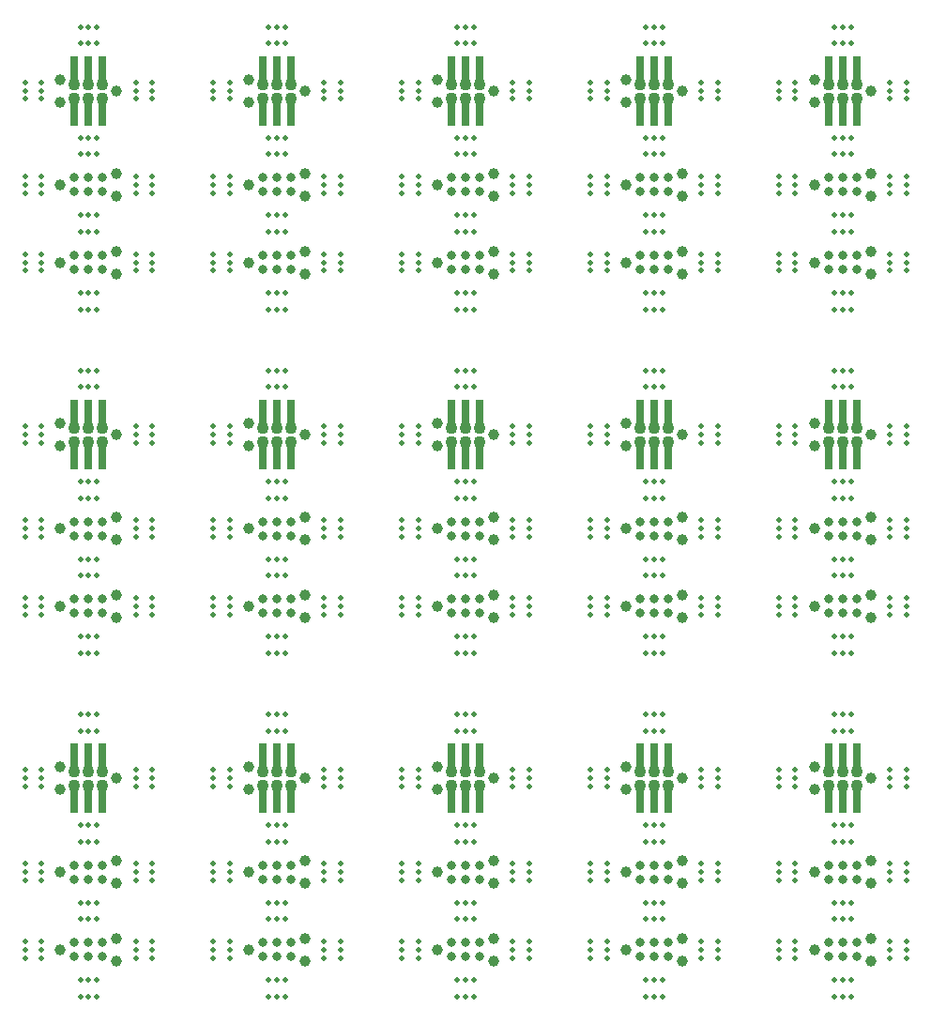
<source format=gbr>
%TF.GenerationSoftware,KiCad,Pcbnew,(7.0.0)*%
%TF.CreationDate,2023-03-26T22:08:02+02:00*%
%TF.ProjectId,PogoProbe 2030,506f676f-5072-46f6-9265-20323033302e,rev?*%
%TF.SameCoordinates,Original*%
%TF.FileFunction,Soldermask,Top*%
%TF.FilePolarity,Negative*%
%FSLAX46Y46*%
G04 Gerber Fmt 4.6, Leading zero omitted, Abs format (unit mm)*
G04 Created by KiCad (PCBNEW (7.0.0)) date 2023-03-26 22:08:02*
%MOMM*%
%LPD*%
G01*
G04 APERTURE LIST*
%ADD10C,0.500000*%
%ADD11C,0.990600*%
%ADD12C,1.100000*%
%ADD13C,0.800000*%
%ADD14R,0.740000X2.400000*%
G04 APERTURE END LIST*
D10*
%TO.C,mouse-bite-2mm-slot*%
X175750000Y-63749999D03*
X174250000Y-63749999D03*
X175750000Y-64499999D03*
X174250000Y-64499999D03*
X175750000Y-65249999D03*
X174250000Y-65249999D03*
%TD*%
%TO.C,mouse-bite-2mm-slot*%
X175750000Y-70749999D03*
X174250000Y-70749999D03*
X175750000Y-71499999D03*
X174250000Y-71499999D03*
X175750000Y-72249999D03*
X174250000Y-72249999D03*
%TD*%
%TO.C,mouse-bite-2mm-slot*%
X180750000Y-51749998D03*
X180750000Y-50249998D03*
X180000000Y-51749998D03*
X180000000Y-50249998D03*
X179250000Y-51749998D03*
X179250000Y-50249998D03*
%TD*%
%TO.C,mouse-bite-2mm-slot*%
X180750000Y-61749999D03*
X180750000Y-60249999D03*
X180000000Y-61749999D03*
X180000000Y-60249999D03*
X179250000Y-61749999D03*
X179250000Y-60249999D03*
%TD*%
%TO.C,mouse-bite-2mm-slot*%
X185750000Y-55249998D03*
X184250000Y-55249998D03*
X185750000Y-55999998D03*
X184250000Y-55999998D03*
X185750000Y-56749998D03*
X184250000Y-56749998D03*
%TD*%
%TO.C,mouse-bite-2mm-slot*%
X185750000Y-63749998D03*
X184250000Y-63749998D03*
X185750000Y-64499998D03*
X184250000Y-64499998D03*
X185750000Y-65249998D03*
X184250000Y-65249998D03*
%TD*%
D11*
%TO.C,REF\u002A\u002A*%
X182540000Y-118050000D03*
X177460000Y-119066000D03*
X177460000Y-117034000D03*
D12*
X181270000Y-118685000D03*
X181270000Y-117415000D03*
X180000000Y-118685000D03*
X180000000Y-117415000D03*
X178730000Y-118685000D03*
X178730000Y-117415000D03*
%TD*%
D11*
%TO.C,J1*%
X177460000Y-126500000D03*
D13*
X178730000Y-125865000D03*
X178730000Y-127135000D03*
X180000000Y-125865000D03*
X180000000Y-127135000D03*
X181270000Y-125865000D03*
X181270000Y-127135000D03*
D11*
X182540000Y-125484000D03*
X182540000Y-127516000D03*
%TD*%
D10*
%TO.C,mouse-bite-2mm-slot*%
X180750000Y-130750000D03*
X180750000Y-129250000D03*
X180000000Y-130750000D03*
X180000000Y-129250000D03*
X179250000Y-130750000D03*
X179250000Y-129250000D03*
%TD*%
%TO.C,mouse-bite-2mm-slot*%
X180750000Y-137750000D03*
X180750000Y-136250000D03*
X180000000Y-137750000D03*
X180000000Y-136250000D03*
X179250000Y-137750000D03*
X179250000Y-136250000D03*
%TD*%
%TO.C,mouse-bite-2mm-slot*%
X175750000Y-117250000D03*
X174250000Y-117250000D03*
X175750000Y-118000000D03*
X174250000Y-118000000D03*
X175750000Y-118750000D03*
X174250000Y-118750000D03*
%TD*%
%TO.C,mouse-bite-2mm-slot*%
X175750000Y-132750000D03*
X174250000Y-132750000D03*
X175750000Y-133500000D03*
X174250000Y-133500000D03*
X175750000Y-134250000D03*
X174250000Y-134250000D03*
%TD*%
%TO.C,mouse-bite-2mm-slot*%
X175750000Y-125750000D03*
X174250000Y-125750000D03*
X175750000Y-126500000D03*
X174250000Y-126500000D03*
X175750000Y-127250000D03*
X174250000Y-127250000D03*
%TD*%
D11*
%TO.C,J1*%
X177460000Y-133500000D03*
D13*
X178730000Y-132865000D03*
X178730000Y-134135000D03*
X180000000Y-132865000D03*
X180000000Y-134135000D03*
X181270000Y-132865000D03*
X181270000Y-134135000D03*
D11*
X182540000Y-132484000D03*
X182540000Y-134516000D03*
%TD*%
D10*
%TO.C,mouse-bite-2mm-slot*%
X180750000Y-123750000D03*
X180750000Y-122250000D03*
X180000000Y-123750000D03*
X180000000Y-122250000D03*
X179250000Y-123750000D03*
X179250000Y-122250000D03*
%TD*%
D14*
%TO.C,REF\u002A\u002A*%
X178729999Y-119999999D03*
X178729999Y-116099999D03*
X179999999Y-119999999D03*
X179999999Y-116099999D03*
X181269999Y-119999999D03*
X181269999Y-116099999D03*
%TD*%
D10*
%TO.C,mouse-bite-2mm-slot*%
X185750000Y-132749999D03*
X184250000Y-132749999D03*
X185750000Y-133499999D03*
X184250000Y-133499999D03*
X185750000Y-134249999D03*
X184250000Y-134249999D03*
%TD*%
%TO.C,mouse-bite-2mm-slot*%
X185750000Y-117249999D03*
X184250000Y-117249999D03*
X185750000Y-117999999D03*
X184250000Y-117999999D03*
X185750000Y-118749999D03*
X184250000Y-118749999D03*
%TD*%
%TO.C,mouse-bite-2mm-slot*%
X185750000Y-125749999D03*
X184250000Y-125749999D03*
X185750000Y-126499999D03*
X184250000Y-126499999D03*
X185750000Y-127249999D03*
X184250000Y-127249999D03*
%TD*%
%TO.C,mouse-bite-2mm-slot*%
X180750000Y-82749998D03*
X180750000Y-81249998D03*
X180000000Y-82749998D03*
X180000000Y-81249998D03*
X179250000Y-82749998D03*
X179250000Y-81249998D03*
%TD*%
%TO.C,mouse-bite-2mm-slot*%
X180750000Y-92749999D03*
X180750000Y-91249999D03*
X180000000Y-92749999D03*
X180000000Y-91249999D03*
X179250000Y-92749999D03*
X179250000Y-91249999D03*
%TD*%
%TO.C,mouse-bite-2mm-slot*%
X185750000Y-86249998D03*
X184250000Y-86249998D03*
X185750000Y-86999998D03*
X184250000Y-86999998D03*
X185750000Y-87749998D03*
X184250000Y-87749998D03*
%TD*%
%TO.C,mouse-bite-2mm-slot*%
X185750000Y-94749998D03*
X184250000Y-94749998D03*
X185750000Y-95499998D03*
X184250000Y-95499998D03*
X185750000Y-96249998D03*
X184250000Y-96249998D03*
%TD*%
%TO.C,mouse-bite-2mm-slot*%
X175750000Y-101749999D03*
X174250000Y-101749999D03*
X175750000Y-102499999D03*
X174250000Y-102499999D03*
X175750000Y-103249999D03*
X174250000Y-103249999D03*
%TD*%
%TO.C,mouse-bite-2mm-slot*%
X175750000Y-94749999D03*
X174250000Y-94749999D03*
X175750000Y-95499999D03*
X174250000Y-95499999D03*
X175750000Y-96249999D03*
X174250000Y-96249999D03*
%TD*%
D11*
%TO.C,J1*%
X177460000Y-102499999D03*
D13*
X178730000Y-101864999D03*
X178730000Y-103134999D03*
X180000000Y-101864999D03*
X180000000Y-103134999D03*
X181270000Y-101864999D03*
X181270000Y-103134999D03*
D11*
X182540000Y-101483999D03*
X182540000Y-103515999D03*
%TD*%
D14*
%TO.C,REF\u002A\u002A*%
X178729999Y-88999998D03*
X178729999Y-85099998D03*
X179999999Y-88999998D03*
X179999999Y-85099998D03*
X181269999Y-88999998D03*
X181269999Y-85099998D03*
%TD*%
D10*
%TO.C,mouse-bite-2mm-slot*%
X185750000Y-101749998D03*
X184250000Y-101749998D03*
X185750000Y-102499998D03*
X184250000Y-102499998D03*
X185750000Y-103249998D03*
X184250000Y-103249998D03*
%TD*%
D11*
%TO.C,J1*%
X177460000Y-95499999D03*
D13*
X178730000Y-94864999D03*
X178730000Y-96134999D03*
X180000000Y-94864999D03*
X180000000Y-96134999D03*
X181270000Y-94864999D03*
X181270000Y-96134999D03*
D11*
X182540000Y-94483999D03*
X182540000Y-96515999D03*
%TD*%
D10*
%TO.C,mouse-bite-2mm-slot*%
X180750000Y-99749999D03*
X180750000Y-98249999D03*
X180000000Y-99749999D03*
X180000000Y-98249999D03*
X179250000Y-99749999D03*
X179250000Y-98249999D03*
%TD*%
%TO.C,mouse-bite-2mm-slot*%
X175750000Y-86249999D03*
X174250000Y-86249999D03*
X175750000Y-86999999D03*
X174250000Y-86999999D03*
X175750000Y-87749999D03*
X174250000Y-87749999D03*
%TD*%
%TO.C,mouse-bite-2mm-slot*%
X180750000Y-75749999D03*
X180750000Y-74249999D03*
X180000000Y-75749999D03*
X180000000Y-74249999D03*
X179250000Y-75749999D03*
X179250000Y-74249999D03*
%TD*%
%TO.C,mouse-bite-2mm-slot*%
X175750000Y-55249999D03*
X174250000Y-55249999D03*
X175750000Y-55999999D03*
X174250000Y-55999999D03*
X175750000Y-56749999D03*
X174250000Y-56749999D03*
%TD*%
D11*
%TO.C,REF\u002A\u002A*%
X182540000Y-56049999D03*
X177460000Y-57065999D03*
X177460000Y-55033999D03*
D12*
X181270000Y-56684999D03*
X181270000Y-55414999D03*
X180000000Y-56684999D03*
X180000000Y-55414999D03*
X178730000Y-56684999D03*
X178730000Y-55414999D03*
%TD*%
D10*
%TO.C,mouse-bite-2mm-slot*%
X180750000Y-106749999D03*
X180750000Y-105249999D03*
X180000000Y-106749999D03*
X180000000Y-105249999D03*
X179250000Y-106749999D03*
X179250000Y-105249999D03*
%TD*%
%TO.C,mouse-bite-2mm-slot*%
X180750000Y-113749999D03*
X180750000Y-112249999D03*
X180000000Y-113749999D03*
X180000000Y-112249999D03*
X179250000Y-113749999D03*
X179250000Y-112249999D03*
%TD*%
D11*
%TO.C,REF\u002A\u002A*%
X182540000Y-87049999D03*
X177460000Y-88065999D03*
X177460000Y-86033999D03*
D12*
X181270000Y-87684999D03*
X181270000Y-86414999D03*
X180000000Y-87684999D03*
X180000000Y-86414999D03*
X178730000Y-87684999D03*
X178730000Y-86414999D03*
%TD*%
D14*
%TO.C,REF\u002A\u002A*%
X178729999Y-57999998D03*
X178729999Y-54099998D03*
X179999999Y-57999998D03*
X179999999Y-54099998D03*
X181269999Y-57999998D03*
X181269999Y-54099998D03*
%TD*%
D11*
%TO.C,J1*%
X177460000Y-71499999D03*
D13*
X178730000Y-70864999D03*
X178730000Y-72134999D03*
X180000000Y-70864999D03*
X180000000Y-72134999D03*
X181270000Y-70864999D03*
X181270000Y-72134999D03*
D11*
X182540000Y-70483999D03*
X182540000Y-72515999D03*
%TD*%
D10*
%TO.C,mouse-bite-2mm-slot*%
X185750000Y-70749998D03*
X184250000Y-70749998D03*
X185750000Y-71499998D03*
X184250000Y-71499998D03*
X185750000Y-72249998D03*
X184250000Y-72249998D03*
%TD*%
D11*
%TO.C,J1*%
X177460000Y-64499999D03*
D13*
X178730000Y-63864999D03*
X178730000Y-65134999D03*
X180000000Y-63864999D03*
X180000000Y-65134999D03*
X181270000Y-63864999D03*
X181270000Y-65134999D03*
D11*
X182540000Y-63483999D03*
X182540000Y-65515999D03*
%TD*%
D10*
%TO.C,mouse-bite-2mm-slot*%
X180750000Y-68749999D03*
X180750000Y-67249999D03*
X180000000Y-68749999D03*
X180000000Y-67249999D03*
X179250000Y-68749999D03*
X179250000Y-67249999D03*
%TD*%
%TO.C,mouse-bite-2mm-slot*%
X158750000Y-63749999D03*
X157250000Y-63749999D03*
X158750000Y-64499999D03*
X157250000Y-64499999D03*
X158750000Y-65249999D03*
X157250000Y-65249999D03*
%TD*%
%TO.C,mouse-bite-2mm-slot*%
X158750000Y-70749999D03*
X157250000Y-70749999D03*
X158750000Y-71499999D03*
X157250000Y-71499999D03*
X158750000Y-72249999D03*
X157250000Y-72249999D03*
%TD*%
%TO.C,mouse-bite-2mm-slot*%
X163750000Y-51749998D03*
X163750000Y-50249998D03*
X163000000Y-51749998D03*
X163000000Y-50249998D03*
X162250000Y-51749998D03*
X162250000Y-50249998D03*
%TD*%
%TO.C,mouse-bite-2mm-slot*%
X163750000Y-61749999D03*
X163750000Y-60249999D03*
X163000000Y-61749999D03*
X163000000Y-60249999D03*
X162250000Y-61749999D03*
X162250000Y-60249999D03*
%TD*%
%TO.C,mouse-bite-2mm-slot*%
X168750000Y-55249998D03*
X167250000Y-55249998D03*
X168750000Y-55999998D03*
X167250000Y-55999998D03*
X168750000Y-56749998D03*
X167250000Y-56749998D03*
%TD*%
%TO.C,mouse-bite-2mm-slot*%
X168750000Y-63749998D03*
X167250000Y-63749998D03*
X168750000Y-64499998D03*
X167250000Y-64499998D03*
X168750000Y-65249998D03*
X167250000Y-65249998D03*
%TD*%
D11*
%TO.C,REF\u002A\u002A*%
X165540000Y-118050000D03*
X160460000Y-119066000D03*
X160460000Y-117034000D03*
D12*
X164270000Y-118685000D03*
X164270000Y-117415000D03*
X163000000Y-118685000D03*
X163000000Y-117415000D03*
X161730000Y-118685000D03*
X161730000Y-117415000D03*
%TD*%
D11*
%TO.C,J1*%
X160460000Y-126500000D03*
D13*
X161730000Y-125865000D03*
X161730000Y-127135000D03*
X163000000Y-125865000D03*
X163000000Y-127135000D03*
X164270000Y-125865000D03*
X164270000Y-127135000D03*
D11*
X165540000Y-125484000D03*
X165540000Y-127516000D03*
%TD*%
D10*
%TO.C,mouse-bite-2mm-slot*%
X163750000Y-130750000D03*
X163750000Y-129250000D03*
X163000000Y-130750000D03*
X163000000Y-129250000D03*
X162250000Y-130750000D03*
X162250000Y-129250000D03*
%TD*%
%TO.C,mouse-bite-2mm-slot*%
X163750000Y-137750000D03*
X163750000Y-136250000D03*
X163000000Y-137750000D03*
X163000000Y-136250000D03*
X162250000Y-137750000D03*
X162250000Y-136250000D03*
%TD*%
%TO.C,mouse-bite-2mm-slot*%
X158750000Y-117250000D03*
X157250000Y-117250000D03*
X158750000Y-118000000D03*
X157250000Y-118000000D03*
X158750000Y-118750000D03*
X157250000Y-118750000D03*
%TD*%
%TO.C,mouse-bite-2mm-slot*%
X158750000Y-132750000D03*
X157250000Y-132750000D03*
X158750000Y-133500000D03*
X157250000Y-133500000D03*
X158750000Y-134250000D03*
X157250000Y-134250000D03*
%TD*%
%TO.C,mouse-bite-2mm-slot*%
X158750000Y-125750000D03*
X157250000Y-125750000D03*
X158750000Y-126500000D03*
X157250000Y-126500000D03*
X158750000Y-127250000D03*
X157250000Y-127250000D03*
%TD*%
D11*
%TO.C,J1*%
X160460000Y-133500000D03*
D13*
X161730000Y-132865000D03*
X161730000Y-134135000D03*
X163000000Y-132865000D03*
X163000000Y-134135000D03*
X164270000Y-132865000D03*
X164270000Y-134135000D03*
D11*
X165540000Y-132484000D03*
X165540000Y-134516000D03*
%TD*%
D10*
%TO.C,mouse-bite-2mm-slot*%
X163750000Y-123750000D03*
X163750000Y-122250000D03*
X163000000Y-123750000D03*
X163000000Y-122250000D03*
X162250000Y-123750000D03*
X162250000Y-122250000D03*
%TD*%
D14*
%TO.C,REF\u002A\u002A*%
X161729999Y-119999999D03*
X161729999Y-116099999D03*
X162999999Y-119999999D03*
X162999999Y-116099999D03*
X164269999Y-119999999D03*
X164269999Y-116099999D03*
%TD*%
D10*
%TO.C,mouse-bite-2mm-slot*%
X168750000Y-132749999D03*
X167250000Y-132749999D03*
X168750000Y-133499999D03*
X167250000Y-133499999D03*
X168750000Y-134249999D03*
X167250000Y-134249999D03*
%TD*%
%TO.C,mouse-bite-2mm-slot*%
X168750000Y-117249999D03*
X167250000Y-117249999D03*
X168750000Y-117999999D03*
X167250000Y-117999999D03*
X168750000Y-118749999D03*
X167250000Y-118749999D03*
%TD*%
%TO.C,mouse-bite-2mm-slot*%
X168750000Y-125749999D03*
X167250000Y-125749999D03*
X168750000Y-126499999D03*
X167250000Y-126499999D03*
X168750000Y-127249999D03*
X167250000Y-127249999D03*
%TD*%
%TO.C,mouse-bite-2mm-slot*%
X163750000Y-82749998D03*
X163750000Y-81249998D03*
X163000000Y-82749998D03*
X163000000Y-81249998D03*
X162250000Y-82749998D03*
X162250000Y-81249998D03*
%TD*%
%TO.C,mouse-bite-2mm-slot*%
X163750000Y-92749999D03*
X163750000Y-91249999D03*
X163000000Y-92749999D03*
X163000000Y-91249999D03*
X162250000Y-92749999D03*
X162250000Y-91249999D03*
%TD*%
%TO.C,mouse-bite-2mm-slot*%
X168750000Y-86249998D03*
X167250000Y-86249998D03*
X168750000Y-86999998D03*
X167250000Y-86999998D03*
X168750000Y-87749998D03*
X167250000Y-87749998D03*
%TD*%
%TO.C,mouse-bite-2mm-slot*%
X168750000Y-94749998D03*
X167250000Y-94749998D03*
X168750000Y-95499998D03*
X167250000Y-95499998D03*
X168750000Y-96249998D03*
X167250000Y-96249998D03*
%TD*%
%TO.C,mouse-bite-2mm-slot*%
X158750000Y-101749999D03*
X157250000Y-101749999D03*
X158750000Y-102499999D03*
X157250000Y-102499999D03*
X158750000Y-103249999D03*
X157250000Y-103249999D03*
%TD*%
%TO.C,mouse-bite-2mm-slot*%
X158750000Y-94749999D03*
X157250000Y-94749999D03*
X158750000Y-95499999D03*
X157250000Y-95499999D03*
X158750000Y-96249999D03*
X157250000Y-96249999D03*
%TD*%
D11*
%TO.C,J1*%
X160460000Y-102499999D03*
D13*
X161730000Y-101864999D03*
X161730000Y-103134999D03*
X163000000Y-101864999D03*
X163000000Y-103134999D03*
X164270000Y-101864999D03*
X164270000Y-103134999D03*
D11*
X165540000Y-101483999D03*
X165540000Y-103515999D03*
%TD*%
D14*
%TO.C,REF\u002A\u002A*%
X161729999Y-88999998D03*
X161729999Y-85099998D03*
X162999999Y-88999998D03*
X162999999Y-85099998D03*
X164269999Y-88999998D03*
X164269999Y-85099998D03*
%TD*%
D10*
%TO.C,mouse-bite-2mm-slot*%
X168750000Y-101749998D03*
X167250000Y-101749998D03*
X168750000Y-102499998D03*
X167250000Y-102499998D03*
X168750000Y-103249998D03*
X167250000Y-103249998D03*
%TD*%
D11*
%TO.C,J1*%
X160460000Y-95499999D03*
D13*
X161730000Y-94864999D03*
X161730000Y-96134999D03*
X163000000Y-94864999D03*
X163000000Y-96134999D03*
X164270000Y-94864999D03*
X164270000Y-96134999D03*
D11*
X165540000Y-94483999D03*
X165540000Y-96515999D03*
%TD*%
D10*
%TO.C,mouse-bite-2mm-slot*%
X163750000Y-99749999D03*
X163750000Y-98249999D03*
X163000000Y-99749999D03*
X163000000Y-98249999D03*
X162250000Y-99749999D03*
X162250000Y-98249999D03*
%TD*%
%TO.C,mouse-bite-2mm-slot*%
X158750000Y-86249999D03*
X157250000Y-86249999D03*
X158750000Y-86999999D03*
X157250000Y-86999999D03*
X158750000Y-87749999D03*
X157250000Y-87749999D03*
%TD*%
%TO.C,mouse-bite-2mm-slot*%
X163750000Y-75749999D03*
X163750000Y-74249999D03*
X163000000Y-75749999D03*
X163000000Y-74249999D03*
X162250000Y-75749999D03*
X162250000Y-74249999D03*
%TD*%
%TO.C,mouse-bite-2mm-slot*%
X158750000Y-55249999D03*
X157250000Y-55249999D03*
X158750000Y-55999999D03*
X157250000Y-55999999D03*
X158750000Y-56749999D03*
X157250000Y-56749999D03*
%TD*%
D11*
%TO.C,REF\u002A\u002A*%
X165540000Y-56049999D03*
X160460000Y-57065999D03*
X160460000Y-55033999D03*
D12*
X164270000Y-56684999D03*
X164270000Y-55414999D03*
X163000000Y-56684999D03*
X163000000Y-55414999D03*
X161730000Y-56684999D03*
X161730000Y-55414999D03*
%TD*%
D10*
%TO.C,mouse-bite-2mm-slot*%
X163750000Y-106749999D03*
X163750000Y-105249999D03*
X163000000Y-106749999D03*
X163000000Y-105249999D03*
X162250000Y-106749999D03*
X162250000Y-105249999D03*
%TD*%
%TO.C,mouse-bite-2mm-slot*%
X163750000Y-113749999D03*
X163750000Y-112249999D03*
X163000000Y-113749999D03*
X163000000Y-112249999D03*
X162250000Y-113749999D03*
X162250000Y-112249999D03*
%TD*%
D11*
%TO.C,REF\u002A\u002A*%
X165540000Y-87049999D03*
X160460000Y-88065999D03*
X160460000Y-86033999D03*
D12*
X164270000Y-87684999D03*
X164270000Y-86414999D03*
X163000000Y-87684999D03*
X163000000Y-86414999D03*
X161730000Y-87684999D03*
X161730000Y-86414999D03*
%TD*%
D14*
%TO.C,REF\u002A\u002A*%
X161729999Y-57999998D03*
X161729999Y-54099998D03*
X162999999Y-57999998D03*
X162999999Y-54099998D03*
X164269999Y-57999998D03*
X164269999Y-54099998D03*
%TD*%
D11*
%TO.C,J1*%
X160460000Y-71499999D03*
D13*
X161730000Y-70864999D03*
X161730000Y-72134999D03*
X163000000Y-70864999D03*
X163000000Y-72134999D03*
X164270000Y-70864999D03*
X164270000Y-72134999D03*
D11*
X165540000Y-70483999D03*
X165540000Y-72515999D03*
%TD*%
D10*
%TO.C,mouse-bite-2mm-slot*%
X168750000Y-70749998D03*
X167250000Y-70749998D03*
X168750000Y-71499998D03*
X167250000Y-71499998D03*
X168750000Y-72249998D03*
X167250000Y-72249998D03*
%TD*%
D11*
%TO.C,J1*%
X160460000Y-64499999D03*
D13*
X161730000Y-63864999D03*
X161730000Y-65134999D03*
X163000000Y-63864999D03*
X163000000Y-65134999D03*
X164270000Y-63864999D03*
X164270000Y-65134999D03*
D11*
X165540000Y-63483999D03*
X165540000Y-65515999D03*
%TD*%
D10*
%TO.C,mouse-bite-2mm-slot*%
X163750000Y-68749999D03*
X163750000Y-67249999D03*
X163000000Y-68749999D03*
X163000000Y-67249999D03*
X162250000Y-68749999D03*
X162250000Y-67249999D03*
%TD*%
%TO.C,mouse-bite-2mm-slot*%
X141750000Y-63749999D03*
X140250000Y-63749999D03*
X141750000Y-64499999D03*
X140250000Y-64499999D03*
X141750000Y-65249999D03*
X140250000Y-65249999D03*
%TD*%
%TO.C,mouse-bite-2mm-slot*%
X141750000Y-70749999D03*
X140250000Y-70749999D03*
X141750000Y-71499999D03*
X140250000Y-71499999D03*
X141750000Y-72249999D03*
X140250000Y-72249999D03*
%TD*%
%TO.C,mouse-bite-2mm-slot*%
X146750000Y-51749998D03*
X146750000Y-50249998D03*
X146000000Y-51749998D03*
X146000000Y-50249998D03*
X145250000Y-51749998D03*
X145250000Y-50249998D03*
%TD*%
%TO.C,mouse-bite-2mm-slot*%
X146750000Y-61749999D03*
X146750000Y-60249999D03*
X146000000Y-61749999D03*
X146000000Y-60249999D03*
X145250000Y-61749999D03*
X145250000Y-60249999D03*
%TD*%
%TO.C,mouse-bite-2mm-slot*%
X151750000Y-55249998D03*
X150250000Y-55249998D03*
X151750000Y-55999998D03*
X150250000Y-55999998D03*
X151750000Y-56749998D03*
X150250000Y-56749998D03*
%TD*%
%TO.C,mouse-bite-2mm-slot*%
X151750000Y-63749998D03*
X150250000Y-63749998D03*
X151750000Y-64499998D03*
X150250000Y-64499998D03*
X151750000Y-65249998D03*
X150250000Y-65249998D03*
%TD*%
D11*
%TO.C,REF\u002A\u002A*%
X148540000Y-118050000D03*
X143460000Y-119066000D03*
X143460000Y-117034000D03*
D12*
X147270000Y-118685000D03*
X147270000Y-117415000D03*
X146000000Y-118685000D03*
X146000000Y-117415000D03*
X144730000Y-118685000D03*
X144730000Y-117415000D03*
%TD*%
D11*
%TO.C,J1*%
X143460000Y-126500000D03*
D13*
X144730000Y-125865000D03*
X144730000Y-127135000D03*
X146000000Y-125865000D03*
X146000000Y-127135000D03*
X147270000Y-125865000D03*
X147270000Y-127135000D03*
D11*
X148540000Y-125484000D03*
X148540000Y-127516000D03*
%TD*%
D10*
%TO.C,mouse-bite-2mm-slot*%
X146750000Y-130750000D03*
X146750000Y-129250000D03*
X146000000Y-130750000D03*
X146000000Y-129250000D03*
X145250000Y-130750000D03*
X145250000Y-129250000D03*
%TD*%
%TO.C,mouse-bite-2mm-slot*%
X146750000Y-137750000D03*
X146750000Y-136250000D03*
X146000000Y-137750000D03*
X146000000Y-136250000D03*
X145250000Y-137750000D03*
X145250000Y-136250000D03*
%TD*%
%TO.C,mouse-bite-2mm-slot*%
X141750000Y-117250000D03*
X140250000Y-117250000D03*
X141750000Y-118000000D03*
X140250000Y-118000000D03*
X141750000Y-118750000D03*
X140250000Y-118750000D03*
%TD*%
%TO.C,mouse-bite-2mm-slot*%
X141750000Y-132750000D03*
X140250000Y-132750000D03*
X141750000Y-133500000D03*
X140250000Y-133500000D03*
X141750000Y-134250000D03*
X140250000Y-134250000D03*
%TD*%
%TO.C,mouse-bite-2mm-slot*%
X141750000Y-125750000D03*
X140250000Y-125750000D03*
X141750000Y-126500000D03*
X140250000Y-126500000D03*
X141750000Y-127250000D03*
X140250000Y-127250000D03*
%TD*%
D11*
%TO.C,J1*%
X143460000Y-133500000D03*
D13*
X144730000Y-132865000D03*
X144730000Y-134135000D03*
X146000000Y-132865000D03*
X146000000Y-134135000D03*
X147270000Y-132865000D03*
X147270000Y-134135000D03*
D11*
X148540000Y-132484000D03*
X148540000Y-134516000D03*
%TD*%
D10*
%TO.C,mouse-bite-2mm-slot*%
X146750000Y-123750000D03*
X146750000Y-122250000D03*
X146000000Y-123750000D03*
X146000000Y-122250000D03*
X145250000Y-123750000D03*
X145250000Y-122250000D03*
%TD*%
D14*
%TO.C,REF\u002A\u002A*%
X144729999Y-119999999D03*
X144729999Y-116099999D03*
X145999999Y-119999999D03*
X145999999Y-116099999D03*
X147269999Y-119999999D03*
X147269999Y-116099999D03*
%TD*%
D10*
%TO.C,mouse-bite-2mm-slot*%
X151750000Y-132749999D03*
X150250000Y-132749999D03*
X151750000Y-133499999D03*
X150250000Y-133499999D03*
X151750000Y-134249999D03*
X150250000Y-134249999D03*
%TD*%
%TO.C,mouse-bite-2mm-slot*%
X151750000Y-117249999D03*
X150250000Y-117249999D03*
X151750000Y-117999999D03*
X150250000Y-117999999D03*
X151750000Y-118749999D03*
X150250000Y-118749999D03*
%TD*%
%TO.C,mouse-bite-2mm-slot*%
X151750000Y-125749999D03*
X150250000Y-125749999D03*
X151750000Y-126499999D03*
X150250000Y-126499999D03*
X151750000Y-127249999D03*
X150250000Y-127249999D03*
%TD*%
%TO.C,mouse-bite-2mm-slot*%
X146750000Y-82749998D03*
X146750000Y-81249998D03*
X146000000Y-82749998D03*
X146000000Y-81249998D03*
X145250000Y-82749998D03*
X145250000Y-81249998D03*
%TD*%
%TO.C,mouse-bite-2mm-slot*%
X146750000Y-92749999D03*
X146750000Y-91249999D03*
X146000000Y-92749999D03*
X146000000Y-91249999D03*
X145250000Y-92749999D03*
X145250000Y-91249999D03*
%TD*%
%TO.C,mouse-bite-2mm-slot*%
X151750000Y-86249998D03*
X150250000Y-86249998D03*
X151750000Y-86999998D03*
X150250000Y-86999998D03*
X151750000Y-87749998D03*
X150250000Y-87749998D03*
%TD*%
%TO.C,mouse-bite-2mm-slot*%
X151750000Y-94749998D03*
X150250000Y-94749998D03*
X151750000Y-95499998D03*
X150250000Y-95499998D03*
X151750000Y-96249998D03*
X150250000Y-96249998D03*
%TD*%
%TO.C,mouse-bite-2mm-slot*%
X141750000Y-101749999D03*
X140250000Y-101749999D03*
X141750000Y-102499999D03*
X140250000Y-102499999D03*
X141750000Y-103249999D03*
X140250000Y-103249999D03*
%TD*%
%TO.C,mouse-bite-2mm-slot*%
X141750000Y-94749999D03*
X140250000Y-94749999D03*
X141750000Y-95499999D03*
X140250000Y-95499999D03*
X141750000Y-96249999D03*
X140250000Y-96249999D03*
%TD*%
D11*
%TO.C,J1*%
X143460000Y-102499999D03*
D13*
X144730000Y-101864999D03*
X144730000Y-103134999D03*
X146000000Y-101864999D03*
X146000000Y-103134999D03*
X147270000Y-101864999D03*
X147270000Y-103134999D03*
D11*
X148540000Y-101483999D03*
X148540000Y-103515999D03*
%TD*%
D14*
%TO.C,REF\u002A\u002A*%
X144729999Y-88999998D03*
X144729999Y-85099998D03*
X145999999Y-88999998D03*
X145999999Y-85099998D03*
X147269999Y-88999998D03*
X147269999Y-85099998D03*
%TD*%
D10*
%TO.C,mouse-bite-2mm-slot*%
X151750000Y-101749998D03*
X150250000Y-101749998D03*
X151750000Y-102499998D03*
X150250000Y-102499998D03*
X151750000Y-103249998D03*
X150250000Y-103249998D03*
%TD*%
D11*
%TO.C,J1*%
X143460000Y-95499999D03*
D13*
X144730000Y-94864999D03*
X144730000Y-96134999D03*
X146000000Y-94864999D03*
X146000000Y-96134999D03*
X147270000Y-94864999D03*
X147270000Y-96134999D03*
D11*
X148540000Y-94483999D03*
X148540000Y-96515999D03*
%TD*%
D10*
%TO.C,mouse-bite-2mm-slot*%
X146750000Y-99749999D03*
X146750000Y-98249999D03*
X146000000Y-99749999D03*
X146000000Y-98249999D03*
X145250000Y-99749999D03*
X145250000Y-98249999D03*
%TD*%
%TO.C,mouse-bite-2mm-slot*%
X141750000Y-86249999D03*
X140250000Y-86249999D03*
X141750000Y-86999999D03*
X140250000Y-86999999D03*
X141750000Y-87749999D03*
X140250000Y-87749999D03*
%TD*%
%TO.C,mouse-bite-2mm-slot*%
X146750000Y-75749999D03*
X146750000Y-74249999D03*
X146000000Y-75749999D03*
X146000000Y-74249999D03*
X145250000Y-75749999D03*
X145250000Y-74249999D03*
%TD*%
%TO.C,mouse-bite-2mm-slot*%
X141750000Y-55249999D03*
X140250000Y-55249999D03*
X141750000Y-55999999D03*
X140250000Y-55999999D03*
X141750000Y-56749999D03*
X140250000Y-56749999D03*
%TD*%
D11*
%TO.C,REF\u002A\u002A*%
X148540000Y-56049999D03*
X143460000Y-57065999D03*
X143460000Y-55033999D03*
D12*
X147270000Y-56684999D03*
X147270000Y-55414999D03*
X146000000Y-56684999D03*
X146000000Y-55414999D03*
X144730000Y-56684999D03*
X144730000Y-55414999D03*
%TD*%
D10*
%TO.C,mouse-bite-2mm-slot*%
X146750000Y-106749999D03*
X146750000Y-105249999D03*
X146000000Y-106749999D03*
X146000000Y-105249999D03*
X145250000Y-106749999D03*
X145250000Y-105249999D03*
%TD*%
%TO.C,mouse-bite-2mm-slot*%
X146750000Y-113749999D03*
X146750000Y-112249999D03*
X146000000Y-113749999D03*
X146000000Y-112249999D03*
X145250000Y-113749999D03*
X145250000Y-112249999D03*
%TD*%
D11*
%TO.C,REF\u002A\u002A*%
X148540000Y-87049999D03*
X143460000Y-88065999D03*
X143460000Y-86033999D03*
D12*
X147270000Y-87684999D03*
X147270000Y-86414999D03*
X146000000Y-87684999D03*
X146000000Y-86414999D03*
X144730000Y-87684999D03*
X144730000Y-86414999D03*
%TD*%
D14*
%TO.C,REF\u002A\u002A*%
X144729999Y-57999998D03*
X144729999Y-54099998D03*
X145999999Y-57999998D03*
X145999999Y-54099998D03*
X147269999Y-57999998D03*
X147269999Y-54099998D03*
%TD*%
D11*
%TO.C,J1*%
X143460000Y-71499999D03*
D13*
X144730000Y-70864999D03*
X144730000Y-72134999D03*
X146000000Y-70864999D03*
X146000000Y-72134999D03*
X147270000Y-70864999D03*
X147270000Y-72134999D03*
D11*
X148540000Y-70483999D03*
X148540000Y-72515999D03*
%TD*%
D10*
%TO.C,mouse-bite-2mm-slot*%
X151750000Y-70749998D03*
X150250000Y-70749998D03*
X151750000Y-71499998D03*
X150250000Y-71499998D03*
X151750000Y-72249998D03*
X150250000Y-72249998D03*
%TD*%
D11*
%TO.C,J1*%
X143460000Y-64499999D03*
D13*
X144730000Y-63864999D03*
X144730000Y-65134999D03*
X146000000Y-63864999D03*
X146000000Y-65134999D03*
X147270000Y-63864999D03*
X147270000Y-65134999D03*
D11*
X148540000Y-63483999D03*
X148540000Y-65515999D03*
%TD*%
D10*
%TO.C,mouse-bite-2mm-slot*%
X146750000Y-68749999D03*
X146750000Y-67249999D03*
X146000000Y-68749999D03*
X146000000Y-67249999D03*
X145250000Y-68749999D03*
X145250000Y-67249999D03*
%TD*%
%TO.C,mouse-bite-2mm-slot*%
X124750000Y-63749999D03*
X123250000Y-63749999D03*
X124750000Y-64499999D03*
X123250000Y-64499999D03*
X124750000Y-65249999D03*
X123250000Y-65249999D03*
%TD*%
%TO.C,mouse-bite-2mm-slot*%
X124750000Y-70749999D03*
X123250000Y-70749999D03*
X124750000Y-71499999D03*
X123250000Y-71499999D03*
X124750000Y-72249999D03*
X123250000Y-72249999D03*
%TD*%
%TO.C,mouse-bite-2mm-slot*%
X129750000Y-51749998D03*
X129750000Y-50249998D03*
X129000000Y-51749998D03*
X129000000Y-50249998D03*
X128250000Y-51749998D03*
X128250000Y-50249998D03*
%TD*%
%TO.C,mouse-bite-2mm-slot*%
X129750000Y-61749999D03*
X129750000Y-60249999D03*
X129000000Y-61749999D03*
X129000000Y-60249999D03*
X128250000Y-61749999D03*
X128250000Y-60249999D03*
%TD*%
%TO.C,mouse-bite-2mm-slot*%
X134750000Y-55249998D03*
X133250000Y-55249998D03*
X134750000Y-55999998D03*
X133250000Y-55999998D03*
X134750000Y-56749998D03*
X133250000Y-56749998D03*
%TD*%
%TO.C,mouse-bite-2mm-slot*%
X134750000Y-63749998D03*
X133250000Y-63749998D03*
X134750000Y-64499998D03*
X133250000Y-64499998D03*
X134750000Y-65249998D03*
X133250000Y-65249998D03*
%TD*%
D11*
%TO.C,REF\u002A\u002A*%
X131540000Y-118050000D03*
X126460000Y-119066000D03*
X126460000Y-117034000D03*
D12*
X130270000Y-118685000D03*
X130270000Y-117415000D03*
X129000000Y-118685000D03*
X129000000Y-117415000D03*
X127730000Y-118685000D03*
X127730000Y-117415000D03*
%TD*%
D11*
%TO.C,J1*%
X126460000Y-126500000D03*
D13*
X127730000Y-125865000D03*
X127730000Y-127135000D03*
X129000000Y-125865000D03*
X129000000Y-127135000D03*
X130270000Y-125865000D03*
X130270000Y-127135000D03*
D11*
X131540000Y-125484000D03*
X131540000Y-127516000D03*
%TD*%
D10*
%TO.C,mouse-bite-2mm-slot*%
X129750000Y-130750000D03*
X129750000Y-129250000D03*
X129000000Y-130750000D03*
X129000000Y-129250000D03*
X128250000Y-130750000D03*
X128250000Y-129250000D03*
%TD*%
%TO.C,mouse-bite-2mm-slot*%
X129750000Y-137750000D03*
X129750000Y-136250000D03*
X129000000Y-137750000D03*
X129000000Y-136250000D03*
X128250000Y-137750000D03*
X128250000Y-136250000D03*
%TD*%
%TO.C,mouse-bite-2mm-slot*%
X124750000Y-117250000D03*
X123250000Y-117250000D03*
X124750000Y-118000000D03*
X123250000Y-118000000D03*
X124750000Y-118750000D03*
X123250000Y-118750000D03*
%TD*%
%TO.C,mouse-bite-2mm-slot*%
X124750000Y-132750000D03*
X123250000Y-132750000D03*
X124750000Y-133500000D03*
X123250000Y-133500000D03*
X124750000Y-134250000D03*
X123250000Y-134250000D03*
%TD*%
%TO.C,mouse-bite-2mm-slot*%
X124750000Y-125750000D03*
X123250000Y-125750000D03*
X124750000Y-126500000D03*
X123250000Y-126500000D03*
X124750000Y-127250000D03*
X123250000Y-127250000D03*
%TD*%
D11*
%TO.C,J1*%
X126460000Y-133500000D03*
D13*
X127730000Y-132865000D03*
X127730000Y-134135000D03*
X129000000Y-132865000D03*
X129000000Y-134135000D03*
X130270000Y-132865000D03*
X130270000Y-134135000D03*
D11*
X131540000Y-132484000D03*
X131540000Y-134516000D03*
%TD*%
D10*
%TO.C,mouse-bite-2mm-slot*%
X129750000Y-123750000D03*
X129750000Y-122250000D03*
X129000000Y-123750000D03*
X129000000Y-122250000D03*
X128250000Y-123750000D03*
X128250000Y-122250000D03*
%TD*%
D14*
%TO.C,REF\u002A\u002A*%
X127729999Y-119999999D03*
X127729999Y-116099999D03*
X128999999Y-119999999D03*
X128999999Y-116099999D03*
X130269999Y-119999999D03*
X130269999Y-116099999D03*
%TD*%
D10*
%TO.C,mouse-bite-2mm-slot*%
X134750000Y-132749999D03*
X133250000Y-132749999D03*
X134750000Y-133499999D03*
X133250000Y-133499999D03*
X134750000Y-134249999D03*
X133250000Y-134249999D03*
%TD*%
%TO.C,mouse-bite-2mm-slot*%
X134750000Y-117249999D03*
X133250000Y-117249999D03*
X134750000Y-117999999D03*
X133250000Y-117999999D03*
X134750000Y-118749999D03*
X133250000Y-118749999D03*
%TD*%
%TO.C,mouse-bite-2mm-slot*%
X134750000Y-125749999D03*
X133250000Y-125749999D03*
X134750000Y-126499999D03*
X133250000Y-126499999D03*
X134750000Y-127249999D03*
X133250000Y-127249999D03*
%TD*%
%TO.C,mouse-bite-2mm-slot*%
X129750000Y-82749998D03*
X129750000Y-81249998D03*
X129000000Y-82749998D03*
X129000000Y-81249998D03*
X128250000Y-82749998D03*
X128250000Y-81249998D03*
%TD*%
%TO.C,mouse-bite-2mm-slot*%
X129750000Y-92749999D03*
X129750000Y-91249999D03*
X129000000Y-92749999D03*
X129000000Y-91249999D03*
X128250000Y-92749999D03*
X128250000Y-91249999D03*
%TD*%
%TO.C,mouse-bite-2mm-slot*%
X134750000Y-86249998D03*
X133250000Y-86249998D03*
X134750000Y-86999998D03*
X133250000Y-86999998D03*
X134750000Y-87749998D03*
X133250000Y-87749998D03*
%TD*%
%TO.C,mouse-bite-2mm-slot*%
X134750000Y-94749998D03*
X133250000Y-94749998D03*
X134750000Y-95499998D03*
X133250000Y-95499998D03*
X134750000Y-96249998D03*
X133250000Y-96249998D03*
%TD*%
%TO.C,mouse-bite-2mm-slot*%
X124750000Y-101749999D03*
X123250000Y-101749999D03*
X124750000Y-102499999D03*
X123250000Y-102499999D03*
X124750000Y-103249999D03*
X123250000Y-103249999D03*
%TD*%
%TO.C,mouse-bite-2mm-slot*%
X124750000Y-94749999D03*
X123250000Y-94749999D03*
X124750000Y-95499999D03*
X123250000Y-95499999D03*
X124750000Y-96249999D03*
X123250000Y-96249999D03*
%TD*%
D11*
%TO.C,J1*%
X126460000Y-102499999D03*
D13*
X127730000Y-101864999D03*
X127730000Y-103134999D03*
X129000000Y-101864999D03*
X129000000Y-103134999D03*
X130270000Y-101864999D03*
X130270000Y-103134999D03*
D11*
X131540000Y-101483999D03*
X131540000Y-103515999D03*
%TD*%
D14*
%TO.C,REF\u002A\u002A*%
X127729999Y-88999998D03*
X127729999Y-85099998D03*
X128999999Y-88999998D03*
X128999999Y-85099998D03*
X130269999Y-88999998D03*
X130269999Y-85099998D03*
%TD*%
D10*
%TO.C,mouse-bite-2mm-slot*%
X134750000Y-101749998D03*
X133250000Y-101749998D03*
X134750000Y-102499998D03*
X133250000Y-102499998D03*
X134750000Y-103249998D03*
X133250000Y-103249998D03*
%TD*%
D11*
%TO.C,J1*%
X126460000Y-95499999D03*
D13*
X127730000Y-94864999D03*
X127730000Y-96134999D03*
X129000000Y-94864999D03*
X129000000Y-96134999D03*
X130270000Y-94864999D03*
X130270000Y-96134999D03*
D11*
X131540000Y-94483999D03*
X131540000Y-96515999D03*
%TD*%
D10*
%TO.C,mouse-bite-2mm-slot*%
X129750000Y-99749999D03*
X129750000Y-98249999D03*
X129000000Y-99749999D03*
X129000000Y-98249999D03*
X128250000Y-99749999D03*
X128250000Y-98249999D03*
%TD*%
%TO.C,mouse-bite-2mm-slot*%
X124750000Y-86249999D03*
X123250000Y-86249999D03*
X124750000Y-86999999D03*
X123250000Y-86999999D03*
X124750000Y-87749999D03*
X123250000Y-87749999D03*
%TD*%
%TO.C,mouse-bite-2mm-slot*%
X129750000Y-75749999D03*
X129750000Y-74249999D03*
X129000000Y-75749999D03*
X129000000Y-74249999D03*
X128250000Y-75749999D03*
X128250000Y-74249999D03*
%TD*%
%TO.C,mouse-bite-2mm-slot*%
X124750000Y-55249999D03*
X123250000Y-55249999D03*
X124750000Y-55999999D03*
X123250000Y-55999999D03*
X124750000Y-56749999D03*
X123250000Y-56749999D03*
%TD*%
D11*
%TO.C,REF\u002A\u002A*%
X131540000Y-56049999D03*
X126460000Y-57065999D03*
X126460000Y-55033999D03*
D12*
X130270000Y-56684999D03*
X130270000Y-55414999D03*
X129000000Y-56684999D03*
X129000000Y-55414999D03*
X127730000Y-56684999D03*
X127730000Y-55414999D03*
%TD*%
D10*
%TO.C,mouse-bite-2mm-slot*%
X129750000Y-106749999D03*
X129750000Y-105249999D03*
X129000000Y-106749999D03*
X129000000Y-105249999D03*
X128250000Y-106749999D03*
X128250000Y-105249999D03*
%TD*%
%TO.C,mouse-bite-2mm-slot*%
X129750000Y-113749999D03*
X129750000Y-112249999D03*
X129000000Y-113749999D03*
X129000000Y-112249999D03*
X128250000Y-113749999D03*
X128250000Y-112249999D03*
%TD*%
D11*
%TO.C,REF\u002A\u002A*%
X131540000Y-87049999D03*
X126460000Y-88065999D03*
X126460000Y-86033999D03*
D12*
X130270000Y-87684999D03*
X130270000Y-86414999D03*
X129000000Y-87684999D03*
X129000000Y-86414999D03*
X127730000Y-87684999D03*
X127730000Y-86414999D03*
%TD*%
D14*
%TO.C,REF\u002A\u002A*%
X127729999Y-57999998D03*
X127729999Y-54099998D03*
X128999999Y-57999998D03*
X128999999Y-54099998D03*
X130269999Y-57999998D03*
X130269999Y-54099998D03*
%TD*%
D11*
%TO.C,J1*%
X126460000Y-71499999D03*
D13*
X127730000Y-70864999D03*
X127730000Y-72134999D03*
X129000000Y-70864999D03*
X129000000Y-72134999D03*
X130270000Y-70864999D03*
X130270000Y-72134999D03*
D11*
X131540000Y-70483999D03*
X131540000Y-72515999D03*
%TD*%
D10*
%TO.C,mouse-bite-2mm-slot*%
X134750000Y-70749998D03*
X133250000Y-70749998D03*
X134750000Y-71499998D03*
X133250000Y-71499998D03*
X134750000Y-72249998D03*
X133250000Y-72249998D03*
%TD*%
D11*
%TO.C,J1*%
X126460000Y-64499999D03*
D13*
X127730000Y-63864999D03*
X127730000Y-65134999D03*
X129000000Y-63864999D03*
X129000000Y-65134999D03*
X130270000Y-63864999D03*
X130270000Y-65134999D03*
D11*
X131540000Y-63483999D03*
X131540000Y-65515999D03*
%TD*%
D10*
%TO.C,mouse-bite-2mm-slot*%
X129750000Y-68749999D03*
X129750000Y-67249999D03*
X129000000Y-68749999D03*
X129000000Y-67249999D03*
X128250000Y-68749999D03*
X128250000Y-67249999D03*
%TD*%
%TO.C,mouse-bite-2mm-slot*%
X111250000Y-50249999D03*
X111250000Y-51749999D03*
X112000000Y-50249999D03*
X112000000Y-51749999D03*
X112750000Y-50249999D03*
X112750000Y-51749999D03*
%TD*%
%TO.C,mouse-bite-2mm-slot*%
X111250000Y-60250000D03*
X111250000Y-61750000D03*
X112000000Y-60250000D03*
X112000000Y-61750000D03*
X112750000Y-60250000D03*
X112750000Y-61750000D03*
%TD*%
%TO.C,mouse-bite-2mm-slot*%
X116250000Y-56749999D03*
X117750000Y-56749999D03*
X116250000Y-55999999D03*
X117750000Y-55999999D03*
X116250000Y-55249999D03*
X117750000Y-55249999D03*
%TD*%
%TO.C,mouse-bite-2mm-slot*%
X116250000Y-65249999D03*
X117750000Y-65249999D03*
X116250000Y-64499999D03*
X117750000Y-64499999D03*
X116250000Y-63749999D03*
X117750000Y-63749999D03*
%TD*%
%TO.C,mouse-bite-2mm-slot*%
X106250000Y-72250000D03*
X107750000Y-72250000D03*
X106250000Y-71500000D03*
X107750000Y-71500000D03*
X106250000Y-70750000D03*
X107750000Y-70750000D03*
%TD*%
%TO.C,mouse-bite-2mm-slot*%
X106250000Y-65250000D03*
X107750000Y-65250000D03*
X106250000Y-64500000D03*
X107750000Y-64500000D03*
X106250000Y-63750000D03*
X107750000Y-63750000D03*
%TD*%
D11*
%TO.C,J1*%
X114540000Y-72516000D03*
X114540000Y-70484000D03*
D13*
X113270000Y-72135000D03*
X113270000Y-70865000D03*
X112000000Y-72135000D03*
X112000000Y-70865000D03*
X110730000Y-72135000D03*
X110730000Y-70865000D03*
D11*
X109460000Y-71500000D03*
%TD*%
D14*
%TO.C,REF\u002A\u002A*%
X113269999Y-54099999D03*
X113269999Y-57999999D03*
X111999999Y-54099999D03*
X111999999Y-57999999D03*
X110729999Y-54099999D03*
X110729999Y-57999999D03*
%TD*%
D10*
%TO.C,mouse-bite-2mm-slot*%
X116250000Y-72249999D03*
X117750000Y-72249999D03*
X116250000Y-71499999D03*
X117750000Y-71499999D03*
X116250000Y-70749999D03*
X117750000Y-70749999D03*
%TD*%
D11*
%TO.C,J1*%
X114540000Y-65516000D03*
X114540000Y-63484000D03*
D13*
X113270000Y-65135000D03*
X113270000Y-63865000D03*
X112000000Y-65135000D03*
X112000000Y-63865000D03*
X110730000Y-65135000D03*
X110730000Y-63865000D03*
D11*
X109460000Y-64500000D03*
%TD*%
D10*
%TO.C,mouse-bite-2mm-slot*%
X111250000Y-67250000D03*
X111250000Y-68750000D03*
X112000000Y-67250000D03*
X112000000Y-68750000D03*
X112750000Y-67250000D03*
X112750000Y-68750000D03*
%TD*%
%TO.C,mouse-bite-2mm-slot*%
X106250000Y-56750000D03*
X107750000Y-56750000D03*
X106250000Y-56000000D03*
X107750000Y-56000000D03*
X106250000Y-55250000D03*
X107750000Y-55250000D03*
%TD*%
%TO.C,mouse-bite-2mm-slot*%
X111250000Y-74250000D03*
X111250000Y-75750000D03*
X112000000Y-74250000D03*
X112000000Y-75750000D03*
X112750000Y-74250000D03*
X112750000Y-75750000D03*
%TD*%
D12*
%TO.C,REF\u002A\u002A*%
X110730000Y-55415000D03*
X110730000Y-56685000D03*
X112000000Y-55415000D03*
X112000000Y-56685000D03*
X113270000Y-55415000D03*
X113270000Y-56685000D03*
D11*
X109460000Y-55034000D03*
X109460000Y-57066000D03*
X114540000Y-56050000D03*
%TD*%
D12*
%TO.C,REF\u002A\u002A*%
X110730000Y-86415000D03*
X110730000Y-87685000D03*
X112000000Y-86415000D03*
X112000000Y-87685000D03*
X113270000Y-86415000D03*
X113270000Y-87685000D03*
D11*
X109460000Y-86034000D03*
X109460000Y-88066000D03*
X114540000Y-87050000D03*
%TD*%
%TO.C,J1*%
X114540000Y-96516000D03*
X114540000Y-94484000D03*
D13*
X113270000Y-96135000D03*
X113270000Y-94865000D03*
X112000000Y-96135000D03*
X112000000Y-94865000D03*
X110730000Y-96135000D03*
X110730000Y-94865000D03*
D11*
X109460000Y-95500000D03*
%TD*%
D10*
%TO.C,mouse-bite-2mm-slot*%
X111250000Y-98250000D03*
X111250000Y-99750000D03*
X112000000Y-98250000D03*
X112000000Y-99750000D03*
X112750000Y-98250000D03*
X112750000Y-99750000D03*
%TD*%
%TO.C,mouse-bite-2mm-slot*%
X111250000Y-105250000D03*
X111250000Y-106750000D03*
X112000000Y-105250000D03*
X112000000Y-106750000D03*
X112750000Y-105250000D03*
X112750000Y-106750000D03*
%TD*%
%TO.C,mouse-bite-2mm-slot*%
X106250000Y-87750000D03*
X107750000Y-87750000D03*
X106250000Y-87000000D03*
X107750000Y-87000000D03*
X106250000Y-86250000D03*
X107750000Y-86250000D03*
%TD*%
%TO.C,mouse-bite-2mm-slot*%
X106250000Y-103250000D03*
X107750000Y-103250000D03*
X106250000Y-102500000D03*
X107750000Y-102500000D03*
X106250000Y-101750000D03*
X107750000Y-101750000D03*
%TD*%
%TO.C,mouse-bite-2mm-slot*%
X106250000Y-96250000D03*
X107750000Y-96250000D03*
X106250000Y-95500000D03*
X107750000Y-95500000D03*
X106250000Y-94750000D03*
X107750000Y-94750000D03*
%TD*%
D11*
%TO.C,J1*%
X114540000Y-103516000D03*
X114540000Y-101484000D03*
D13*
X113270000Y-103135000D03*
X113270000Y-101865000D03*
X112000000Y-103135000D03*
X112000000Y-101865000D03*
X110730000Y-103135000D03*
X110730000Y-101865000D03*
D11*
X109460000Y-102500000D03*
%TD*%
D10*
%TO.C,mouse-bite-2mm-slot*%
X111250000Y-91250000D03*
X111250000Y-92750000D03*
X112000000Y-91250000D03*
X112000000Y-92750000D03*
X112750000Y-91250000D03*
X112750000Y-92750000D03*
%TD*%
D14*
%TO.C,REF\u002A\u002A*%
X113269999Y-85099999D03*
X113269999Y-88999999D03*
X111999999Y-85099999D03*
X111999999Y-88999999D03*
X110729999Y-85099999D03*
X110729999Y-88999999D03*
%TD*%
D10*
%TO.C,mouse-bite-2mm-slot*%
X116250000Y-103249999D03*
X117750000Y-103249999D03*
X116250000Y-102499999D03*
X117750000Y-102499999D03*
X116250000Y-101749999D03*
X117750000Y-101749999D03*
%TD*%
%TO.C,mouse-bite-2mm-slot*%
X116250000Y-87749999D03*
X117750000Y-87749999D03*
X116250000Y-86999999D03*
X117750000Y-86999999D03*
X116250000Y-86249999D03*
X117750000Y-86249999D03*
%TD*%
%TO.C,mouse-bite-2mm-slot*%
X116250000Y-96249999D03*
X117750000Y-96249999D03*
X116250000Y-95499999D03*
X117750000Y-95499999D03*
X116250000Y-94749999D03*
X117750000Y-94749999D03*
%TD*%
%TO.C,mouse-bite-2mm-slot*%
X111250000Y-81249999D03*
X111250000Y-82749999D03*
X112000000Y-81249999D03*
X112000000Y-82749999D03*
X112750000Y-81249999D03*
X112750000Y-82749999D03*
%TD*%
%TO.C,mouse-bite-2mm-slot*%
X117750000Y-132750000D03*
X116250000Y-132750000D03*
X117750000Y-133500000D03*
X116250000Y-133500000D03*
X117750000Y-134250000D03*
X116250000Y-134250000D03*
%TD*%
%TO.C,mouse-bite-2mm-slot*%
X117750000Y-125750000D03*
X116250000Y-125750000D03*
X117750000Y-126500000D03*
X116250000Y-126500000D03*
X117750000Y-127250000D03*
X116250000Y-127250000D03*
%TD*%
%TO.C,mouse-bite-2mm-slot*%
X117750000Y-117250000D03*
X116250000Y-117250000D03*
X117750000Y-118000000D03*
X116250000Y-118000000D03*
X117750000Y-118750000D03*
X116250000Y-118750000D03*
%TD*%
D11*
%TO.C,J1*%
X109460000Y-126500001D03*
D13*
X110730000Y-125865001D03*
X110730000Y-127135001D03*
X112000000Y-125865001D03*
X112000000Y-127135001D03*
X113270000Y-125865001D03*
X113270000Y-127135001D03*
D11*
X114540000Y-125484001D03*
X114540000Y-127516001D03*
%TD*%
%TO.C,REF\u002A\u002A*%
X114540000Y-118050001D03*
X109460000Y-119066001D03*
X109460000Y-117034001D03*
D12*
X113270000Y-118685001D03*
X113270000Y-117415001D03*
X112000000Y-118685001D03*
X112000000Y-117415001D03*
X110730000Y-118685001D03*
X110730000Y-117415001D03*
%TD*%
D10*
%TO.C,mouse-bite-2mm-slot*%
X112750000Y-130750001D03*
X112750000Y-129250001D03*
X112000000Y-130750001D03*
X112000000Y-129250001D03*
X111250000Y-130750001D03*
X111250000Y-129250001D03*
%TD*%
%TO.C,mouse-bite-2mm-slot*%
X112750000Y-123750001D03*
X112750000Y-122250001D03*
X112000000Y-123750001D03*
X112000000Y-122250001D03*
X111250000Y-123750001D03*
X111250000Y-122250001D03*
%TD*%
D14*
%TO.C,REF\u002A\u002A*%
X110729999Y-120000000D03*
X110729999Y-116100000D03*
X111999999Y-120000000D03*
X111999999Y-116100000D03*
X113269999Y-120000000D03*
X113269999Y-116100000D03*
%TD*%
D10*
%TO.C,mouse-bite-2mm-slot*%
X112750000Y-137750001D03*
X112750000Y-136250001D03*
X112000000Y-137750001D03*
X112000000Y-136250001D03*
X111250000Y-137750001D03*
X111250000Y-136250001D03*
%TD*%
D11*
%TO.C,J1*%
X109460000Y-133500001D03*
D13*
X110730000Y-132865001D03*
X110730000Y-134135001D03*
X112000000Y-132865001D03*
X112000000Y-134135001D03*
X113270000Y-132865001D03*
X113270000Y-134135001D03*
D11*
X114540000Y-132484001D03*
X114540000Y-134516001D03*
%TD*%
D10*
%TO.C,mouse-bite-2mm-slot*%
X107750000Y-125750001D03*
X106250000Y-125750001D03*
X107750000Y-126500001D03*
X106250000Y-126500001D03*
X107750000Y-127250001D03*
X106250000Y-127250001D03*
%TD*%
%TO.C,mouse-bite-2mm-slot*%
X107750000Y-117250001D03*
X106250000Y-117250001D03*
X107750000Y-118000001D03*
X106250000Y-118000001D03*
X107750000Y-118750001D03*
X106250000Y-118750001D03*
%TD*%
%TO.C,mouse-bite-2mm-slot*%
X107750000Y-132750001D03*
X106250000Y-132750001D03*
X107750000Y-133500001D03*
X106250000Y-133500001D03*
X107750000Y-134250001D03*
X106250000Y-134250001D03*
%TD*%
%TO.C,mouse-bite-2mm-slot*%
X111250000Y-112250000D03*
X111250000Y-113750000D03*
X112000000Y-112250000D03*
X112000000Y-113750000D03*
X112750000Y-112250000D03*
X112750000Y-113750000D03*
%TD*%
M02*

</source>
